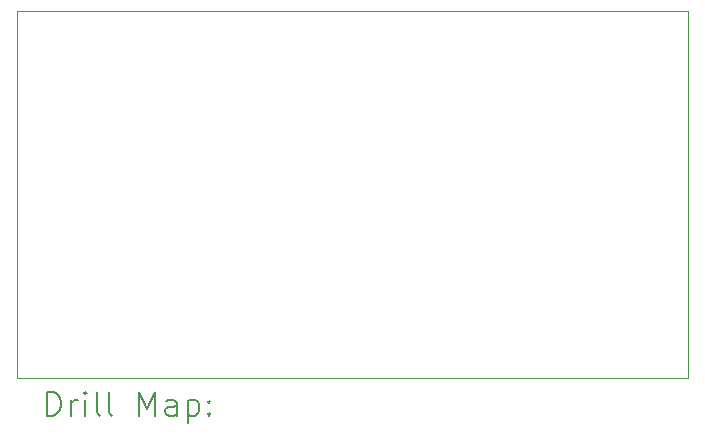
<source format=gbr>
%TF.GenerationSoftware,KiCad,Pcbnew,(6.0.7)*%
%TF.CreationDate,2023-01-02T03:09:52+00:00*%
%TF.ProjectId,CPC-40007AdapterLM1117,4350432d-3430-4303-9037-416461707465,rev?*%
%TF.SameCoordinates,Original*%
%TF.FileFunction,Drillmap*%
%TF.FilePolarity,Positive*%
%FSLAX45Y45*%
G04 Gerber Fmt 4.5, Leading zero omitted, Abs format (unit mm)*
G04 Created by KiCad (PCBNEW (6.0.7)) date 2023-01-02 03:09:52*
%MOMM*%
%LPD*%
G01*
G04 APERTURE LIST*
%ADD10C,0.100000*%
%ADD11C,0.200000*%
G04 APERTURE END LIST*
D10*
X13950000Y-4700000D02*
X13950000Y-1590000D01*
X13950000Y-1590000D02*
X19629120Y-1590000D01*
X19629120Y-1590000D02*
X19629120Y-4700000D01*
X19629120Y-4700000D02*
X13950000Y-4700000D01*
D11*
X14202619Y-5015476D02*
X14202619Y-4815476D01*
X14250238Y-4815476D01*
X14278809Y-4825000D01*
X14297857Y-4844048D01*
X14307381Y-4863095D01*
X14316905Y-4901190D01*
X14316905Y-4929762D01*
X14307381Y-4967857D01*
X14297857Y-4986905D01*
X14278809Y-5005952D01*
X14250238Y-5015476D01*
X14202619Y-5015476D01*
X14402619Y-5015476D02*
X14402619Y-4882143D01*
X14402619Y-4920238D02*
X14412143Y-4901190D01*
X14421667Y-4891667D01*
X14440714Y-4882143D01*
X14459762Y-4882143D01*
X14526428Y-5015476D02*
X14526428Y-4882143D01*
X14526428Y-4815476D02*
X14516905Y-4825000D01*
X14526428Y-4834524D01*
X14535952Y-4825000D01*
X14526428Y-4815476D01*
X14526428Y-4834524D01*
X14650238Y-5015476D02*
X14631190Y-5005952D01*
X14621667Y-4986905D01*
X14621667Y-4815476D01*
X14755000Y-5015476D02*
X14735952Y-5005952D01*
X14726428Y-4986905D01*
X14726428Y-4815476D01*
X14983571Y-5015476D02*
X14983571Y-4815476D01*
X15050238Y-4958333D01*
X15116905Y-4815476D01*
X15116905Y-5015476D01*
X15297857Y-5015476D02*
X15297857Y-4910714D01*
X15288333Y-4891667D01*
X15269286Y-4882143D01*
X15231190Y-4882143D01*
X15212143Y-4891667D01*
X15297857Y-5005952D02*
X15278809Y-5015476D01*
X15231190Y-5015476D01*
X15212143Y-5005952D01*
X15202619Y-4986905D01*
X15202619Y-4967857D01*
X15212143Y-4948810D01*
X15231190Y-4939286D01*
X15278809Y-4939286D01*
X15297857Y-4929762D01*
X15393095Y-4882143D02*
X15393095Y-5082143D01*
X15393095Y-4891667D02*
X15412143Y-4882143D01*
X15450238Y-4882143D01*
X15469286Y-4891667D01*
X15478809Y-4901190D01*
X15488333Y-4920238D01*
X15488333Y-4977381D01*
X15478809Y-4996429D01*
X15469286Y-5005952D01*
X15450238Y-5015476D01*
X15412143Y-5015476D01*
X15393095Y-5005952D01*
X15574048Y-4996429D02*
X15583571Y-5005952D01*
X15574048Y-5015476D01*
X15564524Y-5005952D01*
X15574048Y-4996429D01*
X15574048Y-5015476D01*
X15574048Y-4891667D02*
X15583571Y-4901190D01*
X15574048Y-4910714D01*
X15564524Y-4901190D01*
X15574048Y-4891667D01*
X15574048Y-4910714D01*
M02*

</source>
